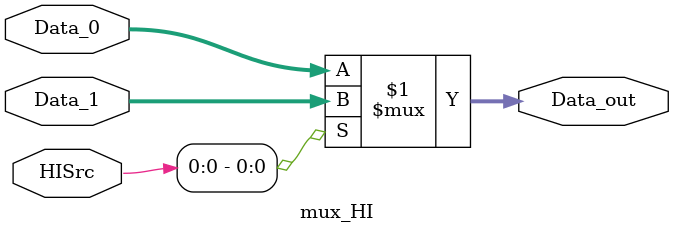
<source format=v>
module mux_HI (
    input   wire    [1:0]   HISrc,
    input   wire    [31:0]  Data_0,     // comes from MULT
    input   wire    [31:0]  Data_1,     // comes from DIV
    output  wire    [31:0]  Data_out
);

    assign  Data_out    =   (HISrc[0])? Data_1  :   Data_0;

endmodule
</source>
